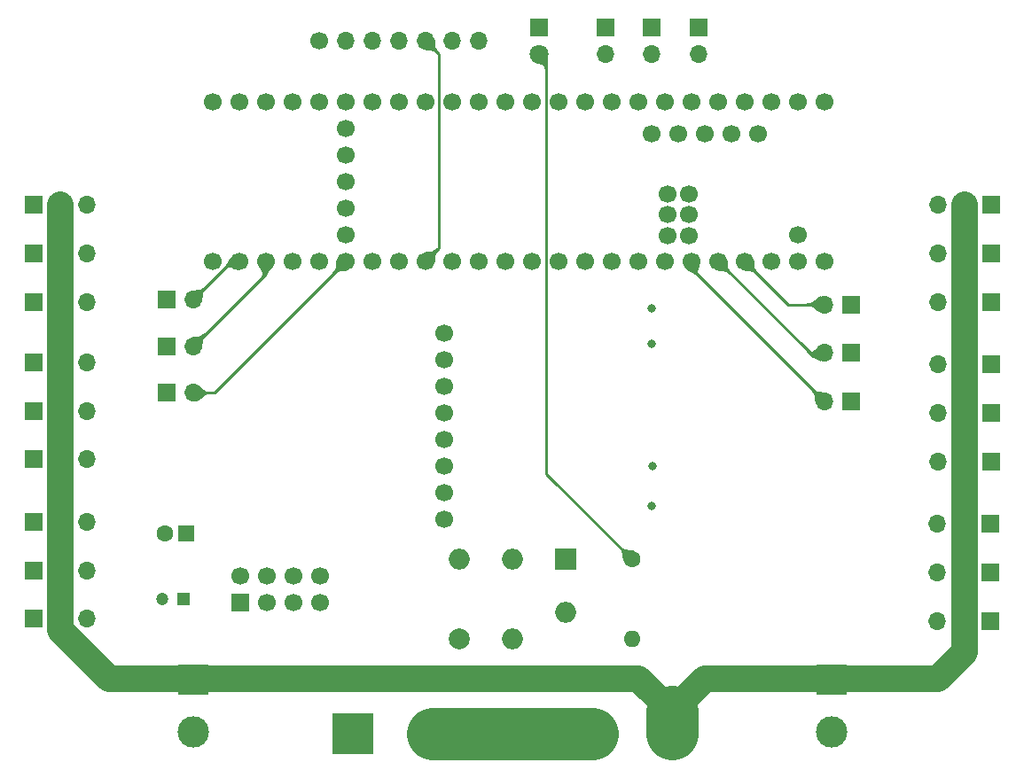
<source format=gbr>
%TF.GenerationSoftware,KiCad,Pcbnew,7.0.8*%
%TF.CreationDate,2025-03-22T19:36:18-04:00*%
%TF.ProjectId,Hexapod PCB KiCad Project,48657861-706f-4642-9050-4342204b6943,rev?*%
%TF.SameCoordinates,Original*%
%TF.FileFunction,Copper,L2,Inr*%
%TF.FilePolarity,Positive*%
%FSLAX46Y46*%
G04 Gerber Fmt 4.6, Leading zero omitted, Abs format (unit mm)*
G04 Created by KiCad (PCBNEW 7.0.8) date 2025-03-22 19:36:18*
%MOMM*%
%LPD*%
G01*
G04 APERTURE LIST*
%TA.AperFunction,ComponentPad*%
%ADD10O,1.600000X1.600000*%
%TD*%
%TA.AperFunction,ComponentPad*%
%ADD11C,1.600000*%
%TD*%
%TA.AperFunction,ComponentPad*%
%ADD12R,1.800000X1.800000*%
%TD*%
%TA.AperFunction,ComponentPad*%
%ADD13C,1.800000*%
%TD*%
%TA.AperFunction,ComponentPad*%
%ADD14R,1.700000X1.700000*%
%TD*%
%TA.AperFunction,ComponentPad*%
%ADD15O,1.700000X1.700000*%
%TD*%
%TA.AperFunction,ComponentPad*%
%ADD16C,1.700000*%
%TD*%
%TA.AperFunction,ComponentPad*%
%ADD17O,2.000000X2.000000*%
%TD*%
%TA.AperFunction,ComponentPad*%
%ADD18R,3.000000X3.000000*%
%TD*%
%TA.AperFunction,ComponentPad*%
%ADD19C,3.000000*%
%TD*%
%TA.AperFunction,ComponentPad*%
%ADD20R,4.000000X4.000000*%
%TD*%
%TA.AperFunction,ComponentPad*%
%ADD21C,4.000000*%
%TD*%
%TA.AperFunction,ComponentPad*%
%ADD22C,1.200000*%
%TD*%
%TA.AperFunction,ComponentPad*%
%ADD23R,1.200000X1.200000*%
%TD*%
%TA.AperFunction,ComponentPad*%
%ADD24R,1.600000X1.600000*%
%TD*%
%TA.AperFunction,ComponentPad*%
%ADD25C,2.000000*%
%TD*%
%TA.AperFunction,ComponentPad*%
%ADD26R,2.000000X2.000000*%
%TD*%
%TA.AperFunction,ViaPad*%
%ADD27C,0.800000*%
%TD*%
%TA.AperFunction,Conductor*%
%ADD28C,5.000000*%
%TD*%
%TA.AperFunction,Conductor*%
%ADD29C,0.250000*%
%TD*%
%TA.AperFunction,Conductor*%
%ADD30C,2.500000*%
%TD*%
%TA.AperFunction,Conductor*%
%ADD31C,2.000000*%
%TD*%
G04 APERTURE END LIST*
D10*
%TO.N,+3.3V*%
%TO.C,R3*%
X154940000Y-123190000D03*
D11*
%TO.N,Net-(D2-A)*%
X154940000Y-115570000D03*
%TD*%
D12*
%TO.N,GND*%
%TO.C,D2*%
X146050000Y-64770000D03*
D13*
%TO.N,Net-(D2-A)*%
X146050000Y-67310000D03*
%TD*%
D14*
%TO.N,GND*%
%TO.C,B2*%
X152400000Y-64770000D03*
D15*
X152400000Y-67310000D03*
%TD*%
D14*
%TO.N,Teensy VIN*%
%TO.C,B4*%
X161290000Y-64770000D03*
D15*
X161290000Y-67310000D03*
%TD*%
D16*
%TO.N,+3.3V*%
%TO.C,U4*%
X137034000Y-94007000D03*
%TO.N,GND*%
X137034000Y-96547000D03*
%TO.N,Gyro SCL*%
X137034000Y-99087000D03*
%TO.N,Gyro SDA*%
X137034000Y-101627000D03*
%TO.N,unconnected-(U4-XDA-Pad5)*%
X137034000Y-104167000D03*
%TO.N,unconnected-(U4-XCL-Pad6)*%
X137034000Y-106707000D03*
%TO.N,unconnected-(U4-ADO-Pad7)*%
X137034000Y-109247000D03*
%TO.N,unconnected-(U4-INT-Pad8)*%
X137034000Y-111787000D03*
%TD*%
D17*
%TO.N,Battery Voltage Divider*%
%TO.C,R2*%
X143510000Y-115570000D03*
%TO.N,GND*%
X143510000Y-123190000D03*
%TD*%
D18*
%TO.N,+BATT*%
%TO.C,C4*%
X113030000Y-127080000D03*
D19*
%TO.N,GND*%
X113030000Y-132080000D03*
%TD*%
D20*
%TO.N,GND*%
%TO.C,T1*%
X128270000Y-132212500D03*
D21*
%TO.N,Net-(T1-Pad2)*%
X135890000Y-132212500D03*
%TD*%
D16*
%TO.N,B1*%
%TO.C,B1*%
X125095000Y-66040000D03*
D15*
%TO.N,B2*%
X127635000Y-66040000D03*
%TO.N,B3*%
X130175000Y-66040000D03*
%TO.N,B4*%
X132715000Y-66040000D03*
%TO.N,B5*%
X135255000Y-66040000D03*
%TO.N,B6*%
X137795000Y-66040000D03*
%TO.N,B7*%
X140335000Y-66040000D03*
%TD*%
D21*
%TO.N,Net-(T1-Pad2)*%
%TO.C,T2*%
X151130000Y-132212500D03*
%TO.N,+BATT*%
X158750000Y-132212500D03*
%TD*%
D22*
%TO.N,GND*%
%TO.C,C2*%
X110097600Y-119380001D03*
D23*
%TO.N,+3.3V*%
X112097600Y-119380001D03*
%TD*%
D24*
%TO.N,+3.3V*%
%TO.C,C1*%
X112395000Y-113125000D03*
D11*
%TO.N,GND*%
X110395000Y-113125000D03*
%TD*%
D25*
%TO.N,+BATT*%
%TO.C,R1*%
X138430000Y-123190000D03*
D17*
%TO.N,Battery Voltage Divider*%
X138430000Y-115570000D03*
%TD*%
%TO.N,GND*%
%TO.C,D1*%
X148590000Y-120650000D03*
D26*
%TO.N,Battery Voltage Divider*%
X148590000Y-115570000D03*
%TD*%
D14*
%TO.N,+3.3V*%
%TO.C,B3*%
X156845000Y-64765000D03*
D15*
X156845000Y-67305000D03*
%TD*%
D19*
%TO.N,GND*%
%TO.C,C3*%
X173990000Y-132080000D03*
D18*
%TO.N,+BATT*%
X173990000Y-127080000D03*
%TD*%
D14*
%TO.N,GND*%
%TO.C,U3*%
X117565000Y-119680000D03*
D16*
%TO.N,+3.3V*%
X117565000Y-117140000D03*
%TO.N,CE*%
X120105000Y-119680000D03*
%TO.N,CSN*%
X120105000Y-117140000D03*
%TO.N,SCK*%
X122645000Y-119680000D03*
%TO.N,MOSI*%
X122645000Y-117140000D03*
%TO.N,MISO*%
X125185000Y-119680000D03*
%TO.N,unconnected-(U3-IRQ-Pad8)*%
X125185000Y-117140000D03*
%TD*%
%TO.N,unconnected-(U1-PadVUSB)*%
%TO.C,U1*%
X170815000Y-84580000D03*
%TO.N,Teensy VIN*%
X173355000Y-87120000D03*
%TO.N,unconnected-(U1-PadVBAT)*%
X127635000Y-74420000D03*
%TO.N,Net-(U1-USB_GND-PadUSB_GND1)*%
X156845000Y-74930000D03*
X159385000Y-74930000D03*
%TO.N,unconnected-(U1-PadT-)*%
X160385000Y-80670000D03*
%TO.N,unconnected-(U1-PadT+)*%
X158385000Y-80670000D03*
%TO.N,unconnected-(U1-PadR-)*%
X158385000Y-84670000D03*
%TO.N,unconnected-(U1-PadR+)*%
X160385000Y-84670000D03*
%TO.N,unconnected-(U1-PadPROGRAM)*%
X127635000Y-82040000D03*
%TO.N,unconnected-(U1-PadON{slash}OFF)*%
X127635000Y-84580000D03*
%TO.N,unconnected-(U1-PadLED)*%
X160385000Y-82670000D03*
%TO.N,GND*%
X158385000Y-82670000D03*
X127635000Y-79500000D03*
X170815000Y-87120000D03*
X137795000Y-87120000D03*
X173355000Y-71880000D03*
%TO.N,unconnected-(U1-PadD-)*%
X164465000Y-74930000D03*
%TO.N,unconnected-(U1-PadD+)*%
X161925000Y-74930000D03*
%TO.N,B5*%
X135255000Y-87120000D03*
%TO.N,B4*%
X132715000Y-87120000D03*
%TO.N,B3*%
X130175000Y-87120000D03*
%TO.N,FS3*%
X127635000Y-87120000D03*
%TO.N,Leg5 Tibia*%
X125095000Y-87120000D03*
%TO.N,Leg4 Coxa*%
X122555000Y-87120000D03*
%TO.N,FS2*%
X120015000Y-87120000D03*
%TO.N,FS1*%
X117475000Y-87120000D03*
%TO.N,Leg4 Femur*%
X114935000Y-87120000D03*
%TO.N,unconnected-(U1-OUT1B-Pad32)*%
X114935000Y-71880000D03*
%TO.N,B1*%
X117475000Y-71880000D03*
%TO.N,B2*%
X120015000Y-71880000D03*
%TO.N,Leg6 Tibia*%
X122555000Y-71880000D03*
%TO.N,Leg5 Coxa*%
X125095000Y-71880000D03*
%TO.N,CSN*%
X127635000Y-71880000D03*
%TO.N,CE*%
X130175000Y-71880000D03*
%TO.N,Leg5 Femur*%
X132715000Y-71880000D03*
%TO.N,Leg4 Tibia*%
X135255000Y-71880000D03*
%TO.N,FS4*%
X165735000Y-87120000D03*
%TO.N,FS5*%
X163195000Y-87120000D03*
%TO.N,FS6*%
X160655000Y-87120000D03*
%TO.N,B7*%
X158115000Y-87120000D03*
%TO.N,Gyro SCL*%
X155575000Y-87120000D03*
%TO.N,Gyro SDA*%
X153035000Y-87120000D03*
%TO.N,B6*%
X150495000Y-87120000D03*
%TO.N,Battery Voltage Divider*%
X147955000Y-87120000D03*
%TO.N,Leg6 Coxa*%
X145415000Y-87120000D03*
%TO.N,Leg6 Femur*%
X142875000Y-87120000D03*
%TO.N,SCK*%
X140335000Y-87120000D03*
%TO.N,MISO*%
X140335000Y-71880000D03*
%TO.N,MOSI*%
X142875000Y-71880000D03*
%TO.N,Leg1 Coxa*%
X145415000Y-71880000D03*
%TO.N,Leg1 Femur*%
X147955000Y-71880000D03*
%TO.N,Leg1 Tibia*%
X150495000Y-71880000D03*
%TO.N,Leg2 Coxa*%
X153035000Y-71880000D03*
%TO.N,Leg2 Femur*%
X155575000Y-71880000D03*
%TO.N,+5V*%
X167005000Y-74930000D03*
%TO.N,Leg2 Tibia*%
X158115000Y-71880000D03*
%TO.N,Leg3 Coxa*%
X160655000Y-71880000D03*
%TO.N,+3.3V*%
X127635000Y-76960000D03*
X168275000Y-87120000D03*
X137795000Y-71880000D03*
%TO.N,Leg3 Femur*%
X163195000Y-71880000D03*
%TO.N,Leg3 Tibia*%
X165735000Y-71880000D03*
%TO.N,unconnected-(U1-TX1-Pad1)*%
X168275000Y-71880000D03*
%TO.N,unconnected-(U1-RX1-Pad0)*%
X170815000Y-71880000D03*
%TD*%
D14*
%TO.N,GND*%
%TO.C,Cox2*%
X97790000Y-96745001D03*
D15*
%TO.N,+BATT*%
X100330000Y-96745001D03*
%TO.N,Leg5 Coxa*%
X102870000Y-96745001D03*
%TD*%
D14*
%TO.N,GND*%
%TO.C,Cox6*%
X189214980Y-121490001D03*
D15*
%TO.N,+BATT*%
X186674980Y-121490001D03*
%TO.N,Leg1 Coxa*%
X184134980Y-121490001D03*
%TD*%
D14*
%TO.N,GND*%
%TO.C,Tib2*%
X97790000Y-106045001D03*
D15*
%TO.N,+BATT*%
X100330000Y-106045001D03*
%TO.N,Leg5 Tibia*%
X102870000Y-106045001D03*
%TD*%
D14*
%TO.N,GND*%
%TO.C,FS4*%
X175900000Y-91235000D03*
D15*
%TO.N,FS4*%
X173360000Y-91235000D03*
%TD*%
D14*
%TO.N,GND*%
%TO.C,Cox5*%
X189230001Y-106250000D03*
D15*
%TO.N,+BATT*%
X186690001Y-106250000D03*
%TO.N,Leg2 Coxa*%
X184150001Y-106250000D03*
%TD*%
D14*
%TO.N,GND*%
%TO.C,Tib1*%
X97790001Y-91010000D03*
D15*
%TO.N,+BATT*%
X100330001Y-91010000D03*
%TO.N,Leg6 Tibia*%
X102870001Y-91010000D03*
%TD*%
D14*
%TO.N,GND*%
%TO.C,Fem4*%
X189230000Y-86360000D03*
D15*
%TO.N,+BATT*%
X186690000Y-86360000D03*
%TO.N,Leg3 Femur*%
X184150000Y-86360000D03*
%TD*%
D14*
%TO.N,GND*%
%TO.C,Fem3*%
X97789999Y-116635000D03*
D15*
%TO.N,+BATT*%
X100329999Y-116635000D03*
%TO.N,Leg4 Femur*%
X102869999Y-116635000D03*
%TD*%
D14*
%TO.N,GND*%
%TO.C,Tib6*%
X189214997Y-112189999D03*
D15*
%TO.N,+BATT*%
X186674997Y-112189999D03*
%TO.N,Leg1 Tibia*%
X184134997Y-112189999D03*
%TD*%
D14*
%TO.N,GND*%
%TO.C,Fem5*%
X189230000Y-101600000D03*
D15*
%TO.N,+BATT*%
X186690000Y-101600000D03*
%TO.N,Leg2 Femur*%
X184150000Y-101600000D03*
%TD*%
D14*
%TO.N,GND*%
%TO.C,Cox1*%
X97790001Y-81710000D03*
D15*
%TO.N,+BATT*%
X100330001Y-81710000D03*
%TO.N,Leg6 Coxa*%
X102870001Y-81710000D03*
%TD*%
D14*
%TO.N,GND*%
%TO.C,FS2*%
X110495000Y-95250000D03*
D15*
%TO.N,FS2*%
X113035000Y-95250000D03*
%TD*%
D14*
%TO.N,GND*%
%TO.C,FS5*%
X175900001Y-95885000D03*
D15*
%TO.N,FS5*%
X173360001Y-95885000D03*
%TD*%
D14*
%TO.N,GND*%
%TO.C,Cox4*%
X189229992Y-91010010D03*
D15*
%TO.N,+BATT*%
X186689992Y-91010010D03*
%TO.N,Leg3 Coxa*%
X184149992Y-91010010D03*
%TD*%
D14*
%TO.N,GND*%
%TO.C,Fem2*%
X97790001Y-101395000D03*
D15*
%TO.N,+BATT*%
X100330001Y-101395000D03*
%TO.N,Leg5 Femur*%
X102870001Y-101395000D03*
%TD*%
D14*
%TO.N,GND*%
%TO.C,Tib5*%
X189230001Y-96950000D03*
D15*
%TO.N,+BATT*%
X186690001Y-96950000D03*
%TO.N,Leg2 Tibia*%
X184150001Y-96950000D03*
%TD*%
D14*
%TO.N,GND*%
%TO.C,Fem1*%
X97790000Y-86360000D03*
D15*
%TO.N,+BATT*%
X100330000Y-86360000D03*
%TO.N,Leg6 Femur*%
X102870000Y-86360000D03*
%TD*%
D14*
%TO.N,GND*%
%TO.C,Cox3*%
X97790000Y-111985000D03*
D15*
%TO.N,+BATT*%
X100330000Y-111985000D03*
%TO.N,Leg4 Coxa*%
X102870000Y-111985000D03*
%TD*%
D14*
%TO.N,GND*%
%TO.C,FS1*%
X110490000Y-90805000D03*
D15*
%TO.N,FS1*%
X113030000Y-90805000D03*
%TD*%
D14*
%TO.N,GND*%
%TO.C,Tib3*%
X97790000Y-121285000D03*
D15*
%TO.N,+BATT*%
X100330000Y-121285000D03*
%TO.N,Leg4 Tibia*%
X102870000Y-121285000D03*
%TD*%
D14*
%TO.N,GND*%
%TO.C,FS3*%
X110490000Y-99695000D03*
D15*
%TO.N,FS3*%
X113030000Y-99695000D03*
%TD*%
%TO.N,FS6*%
%TO.C,FS6*%
X173360000Y-100535000D03*
D14*
%TO.N,GND*%
X175900000Y-100535000D03*
%TD*%
%TO.N,GND*%
%TO.C,Fem6*%
X189215000Y-116840000D03*
D15*
%TO.N,+BATT*%
X186675000Y-116840000D03*
%TO.N,Leg1 Femur*%
X184135000Y-116840000D03*
%TD*%
D14*
%TO.N,GND*%
%TO.C,Tib4*%
X189230008Y-81710011D03*
D15*
%TO.N,+BATT*%
X186690008Y-81710011D03*
%TO.N,Leg3 Tibia*%
X184150008Y-81710011D03*
%TD*%
D27*
%TO.N,GND*%
X156856159Y-94964401D03*
X156926000Y-106680000D03*
X156881354Y-91613488D03*
X156845000Y-110490000D03*
%TD*%
D28*
%TO.N,+BATT*%
X158750000Y-132212500D02*
X158750000Y-130175000D01*
D29*
%TO.N,Net-(D2-A)*%
X146780000Y-107410000D02*
X146780000Y-68040000D01*
X146780000Y-68040000D02*
X146050000Y-67310000D01*
X154940000Y-115570000D02*
X146780000Y-107410000D01*
D30*
%TO.N,+BATT*%
X158750000Y-130175000D02*
X161925000Y-127000000D01*
X104982943Y-127000000D02*
X100329998Y-122347056D01*
X158750000Y-130175000D02*
X155575000Y-127000000D01*
X155575000Y-127000000D02*
X104982943Y-127000000D01*
D29*
X186705020Y-121919971D02*
X186704991Y-121920000D01*
D30*
X186705020Y-124444980D02*
X186705020Y-81740023D01*
D31*
X100329999Y-81724998D02*
X100315000Y-81709999D01*
D30*
X184150000Y-127000000D02*
X186705020Y-124444980D01*
X161925000Y-127000000D02*
X184150000Y-127000000D01*
D31*
X186705020Y-81740023D02*
X186674996Y-81709999D01*
D30*
X100329998Y-122347056D02*
X100329999Y-81724998D01*
D28*
%TO.N,Net-(T1-Pad2)*%
X151130000Y-132212500D02*
X135890000Y-132212500D01*
D29*
%TO.N,FS1*%
X113030000Y-90805000D02*
X116715000Y-87120000D01*
X116715000Y-87120000D02*
X117475000Y-87120000D01*
%TO.N,FS2*%
X113035000Y-95250000D02*
X120015000Y-88270000D01*
X120015000Y-88270000D02*
X120015000Y-87120000D01*
%TO.N,FS3*%
X115060000Y-99695000D02*
X127635000Y-87120000D01*
X113030000Y-99695000D02*
X115060000Y-99695000D01*
%TO.N,FS4*%
X173360000Y-91235000D02*
X169850000Y-91235000D01*
X169850000Y-91235000D02*
X165735000Y-87120000D01*
%TO.N,FS5*%
X171960000Y-95885000D02*
X173360001Y-95885000D01*
X163195000Y-87120000D02*
X171960000Y-95885000D01*
%TO.N,FS6*%
X173360000Y-100535000D02*
X160655000Y-87830000D01*
X160655000Y-87830000D02*
X160655000Y-87120000D01*
%TO.N,B5*%
X136525000Y-85850000D02*
X136525000Y-67310000D01*
X136525000Y-67310000D02*
X135255000Y-66040000D01*
X135255000Y-87120000D02*
X136525000Y-85850000D01*
%TD*%
%TA.AperFunction,Conductor*%
%TO.N,Net-(D2-A)*%
G36*
X146938242Y-67309986D02*
G01*
X146946509Y-67313422D01*
X146949927Y-67321699D01*
X146949927Y-67321758D01*
X146948740Y-67513749D01*
X146945320Y-67681507D01*
X146940280Y-67822272D01*
X146934159Y-67945040D01*
X146927500Y-68058811D01*
X146920840Y-68172582D01*
X146914720Y-68295351D01*
X146909680Y-68436115D01*
X146906260Y-68603874D01*
X146905072Y-68795996D01*
X146901594Y-68804248D01*
X146893372Y-68807624D01*
X146665534Y-68807624D01*
X146657261Y-68804197D01*
X146653898Y-68797148D01*
X146634663Y-68614360D01*
X146630201Y-68603874D01*
X146577175Y-68479247D01*
X146487818Y-68389408D01*
X146487816Y-68389406D01*
X146371872Y-68331963D01*
X146371861Y-68331959D01*
X146234619Y-68294035D01*
X146234620Y-68294035D01*
X146081340Y-68262745D01*
X145917602Y-68225280D01*
X145917052Y-68225125D01*
X145748714Y-68168859D01*
X145747005Y-68168132D01*
X145579211Y-68080463D01*
X145577257Y-68079179D01*
X145423677Y-67954569D01*
X145419412Y-67946695D01*
X145421963Y-67938111D01*
X145422763Y-67937222D01*
X146046568Y-67312437D01*
X146054836Y-67309005D01*
X146938242Y-67309986D01*
G37*
%TD.AperFunction*%
%TD*%
%TA.AperFunction,Conductor*%
%TO.N,Net-(D2-A)*%
G36*
X153905270Y-114357694D02*
G01*
X154039974Y-114479344D01*
X154039983Y-114479351D01*
X154168251Y-114568360D01*
X154168252Y-114568361D01*
X154286689Y-114625571D01*
X154286691Y-114625571D01*
X154286692Y-114625572D01*
X154400119Y-114659254D01*
X154509442Y-114677047D01*
X154513376Y-114677688D01*
X154631278Y-114689151D01*
X154758516Y-114701908D01*
X154758826Y-114701947D01*
X154900153Y-114724248D01*
X154900644Y-114724349D01*
X155060993Y-114764446D01*
X155061551Y-114764616D01*
X155234606Y-114826752D01*
X155241234Y-114832773D01*
X155241664Y-114841718D01*
X155241467Y-114842229D01*
X154942562Y-115566212D01*
X154936237Y-115572551D01*
X154936212Y-115572562D01*
X154212229Y-115871467D01*
X154203274Y-115871456D01*
X154196949Y-115865117D01*
X154196752Y-115864606D01*
X154134616Y-115691551D01*
X154134446Y-115690993D01*
X154094349Y-115530644D01*
X154094248Y-115530153D01*
X154071947Y-115388826D01*
X154071908Y-115388516D01*
X154059151Y-115261278D01*
X154047688Y-115143376D01*
X154047047Y-115139442D01*
X154029254Y-115030119D01*
X153995572Y-114916692D01*
X153959604Y-114842229D01*
X153938361Y-114798252D01*
X153938360Y-114798251D01*
X153849351Y-114669983D01*
X153849344Y-114669974D01*
X153757578Y-114568361D01*
X153727693Y-114535269D01*
X153724692Y-114526833D01*
X153728103Y-114519156D01*
X153889156Y-114358103D01*
X153897428Y-114354677D01*
X153905270Y-114357694D01*
G37*
%TD.AperFunction*%
%TD*%
%TA.AperFunction,Conductor*%
%TO.N,FS1*%
G36*
X116882242Y-86527227D02*
G01*
X116882444Y-86527424D01*
X116915836Y-86560737D01*
X117472265Y-87115860D01*
X117475702Y-87124129D01*
X117475702Y-87124153D01*
X117475010Y-87957325D01*
X117471576Y-87965595D01*
X117463300Y-87969015D01*
X117462366Y-87968977D01*
X117286975Y-87954786D01*
X117285194Y-87954502D01*
X117155063Y-87923336D01*
X117121732Y-87915354D01*
X117121056Y-87915148D01*
X116976558Y-87861366D01*
X116976184Y-87861212D01*
X116846414Y-87802397D01*
X116726977Y-87748205D01*
X116613473Y-87708336D01*
X116613472Y-87708335D01*
X116501326Y-87692410D01*
X116385963Y-87710047D01*
X116385958Y-87710049D01*
X116262807Y-87770867D01*
X116135491Y-87877611D01*
X116126950Y-87880300D01*
X116119701Y-87876918D01*
X115958566Y-87715783D01*
X115955139Y-87707510D01*
X115958355Y-87699453D01*
X116091315Y-87559478D01*
X116091323Y-87559469D01*
X116199814Y-87430817D01*
X116284086Y-87316829D01*
X116284086Y-87316828D01*
X116352196Y-87212638D01*
X116412230Y-87113339D01*
X116472264Y-87014039D01*
X116540308Y-86909949D01*
X116540453Y-86909741D01*
X116624550Y-86795990D01*
X116624742Y-86795747D01*
X116733061Y-86667299D01*
X116733236Y-86667104D01*
X116865702Y-86527651D01*
X116873883Y-86524014D01*
X116882242Y-86527227D01*
G37*
%TD.AperFunction*%
%TD*%
%TA.AperFunction,Conductor*%
%TO.N,FS1*%
G36*
X114151548Y-89522385D02*
G01*
X114312614Y-89683451D01*
X114316041Y-89691724D01*
X114313031Y-89699558D01*
X114183176Y-89843603D01*
X114088897Y-89980374D01*
X114088894Y-89980379D01*
X114028719Y-90106760D01*
X114028719Y-90106761D01*
X113993758Y-90227859D01*
X113993757Y-90227866D01*
X113975114Y-90348804D01*
X113963891Y-90474709D01*
X113951211Y-90610515D01*
X113951170Y-90610854D01*
X113928167Y-90761602D01*
X113928065Y-90762112D01*
X113916847Y-90807562D01*
X113885864Y-90933071D01*
X113885692Y-90933641D01*
X113819434Y-91118725D01*
X113813420Y-91125359D01*
X113804476Y-91125797D01*
X113803953Y-91125596D01*
X113033785Y-90807562D01*
X113027447Y-90801238D01*
X112709403Y-90031045D01*
X112709412Y-90022091D01*
X112715751Y-90015766D01*
X112716258Y-90015571D01*
X112901381Y-89949298D01*
X112901910Y-89949138D01*
X113072910Y-89906926D01*
X113073373Y-89906834D01*
X113224186Y-89883822D01*
X113224452Y-89883790D01*
X113360289Y-89871107D01*
X113486195Y-89859885D01*
X113538024Y-89851894D01*
X113607135Y-89841241D01*
X113728238Y-89806279D01*
X113854619Y-89746104D01*
X113991398Y-89651820D01*
X114135442Y-89521967D01*
X114143880Y-89518974D01*
X114151548Y-89522385D01*
G37*
%TD.AperFunction*%
%TD*%
%TA.AperFunction,Conductor*%
%TO.N,FS2*%
G36*
X114156548Y-93967385D02*
G01*
X114317614Y-94128451D01*
X114321041Y-94136724D01*
X114318031Y-94144558D01*
X114188176Y-94288603D01*
X114093897Y-94425374D01*
X114093894Y-94425379D01*
X114033719Y-94551760D01*
X114033719Y-94551761D01*
X113998758Y-94672859D01*
X113998757Y-94672866D01*
X113980114Y-94793804D01*
X113968891Y-94919709D01*
X113956211Y-95055515D01*
X113956170Y-95055854D01*
X113933167Y-95206602D01*
X113933065Y-95207112D01*
X113921847Y-95252562D01*
X113890864Y-95378071D01*
X113890692Y-95378641D01*
X113824434Y-95563725D01*
X113818420Y-95570359D01*
X113809476Y-95570797D01*
X113808953Y-95570596D01*
X113038785Y-95252562D01*
X113032447Y-95246238D01*
X112714403Y-94476045D01*
X112714412Y-94467091D01*
X112720751Y-94460766D01*
X112721258Y-94460571D01*
X112906381Y-94394298D01*
X112906910Y-94394138D01*
X113077910Y-94351926D01*
X113078373Y-94351834D01*
X113229186Y-94328822D01*
X113229452Y-94328790D01*
X113365289Y-94316107D01*
X113491195Y-94304885D01*
X113543024Y-94296894D01*
X113612135Y-94286241D01*
X113733238Y-94251279D01*
X113859619Y-94191104D01*
X113996398Y-94096820D01*
X114140442Y-93966967D01*
X114148880Y-93963974D01*
X114156548Y-93967385D01*
G37*
%TD.AperFunction*%
%TD*%
%TA.AperFunction,Conductor*%
%TO.N,FS2*%
G36*
X120021238Y-87124837D02*
G01*
X120607896Y-87712877D01*
X120611313Y-87721154D01*
X120607995Y-87729302D01*
X120486477Y-87854095D01*
X120383185Y-87966864D01*
X120299597Y-88064418D01*
X120229144Y-88151829D01*
X120165260Y-88234168D01*
X120101375Y-88316508D01*
X120030923Y-88403919D01*
X119947335Y-88501473D01*
X119844043Y-88614242D01*
X119722751Y-88738802D01*
X119714525Y-88742339D01*
X119706207Y-88739022D01*
X119706096Y-88738913D01*
X119545257Y-88578074D01*
X119541830Y-88569801D01*
X119544541Y-88562312D01*
X119635335Y-88453334D01*
X119685487Y-88346843D01*
X119695261Y-88247425D01*
X119671760Y-88151457D01*
X119671759Y-88151455D01*
X119671758Y-88151452D01*
X119622091Y-88055326D01*
X119622079Y-88055308D01*
X119553341Y-87955385D01*
X119472628Y-87848037D01*
X119387150Y-87729791D01*
X119386954Y-87729499D01*
X119303862Y-87596855D01*
X119303577Y-87596343D01*
X119235169Y-87456460D01*
X119234612Y-87447522D01*
X119240539Y-87440810D01*
X119241181Y-87440519D01*
X120008473Y-87122292D01*
X120017428Y-87122289D01*
X120021238Y-87124837D01*
G37*
%TD.AperFunction*%
%TD*%
%TA.AperFunction,Conductor*%
%TO.N,FS3*%
G36*
X126861031Y-86799397D02*
G01*
X127631215Y-87117438D01*
X127637552Y-87123761D01*
X127637562Y-87123785D01*
X127955596Y-87893953D01*
X127955587Y-87902908D01*
X127949248Y-87909233D01*
X127948725Y-87909434D01*
X127763641Y-87975692D01*
X127763071Y-87975864D01*
X127687082Y-87994622D01*
X127592112Y-88018065D01*
X127591602Y-88018167D01*
X127527495Y-88027949D01*
X127440848Y-88041170D01*
X127440515Y-88041211D01*
X127304709Y-88053891D01*
X127178804Y-88065114D01*
X127057866Y-88083757D01*
X127057859Y-88083758D01*
X126960980Y-88111726D01*
X126936760Y-88118719D01*
X126810379Y-88178894D01*
X126810376Y-88178896D01*
X126810374Y-88178897D01*
X126673603Y-88273176D01*
X126529558Y-88403031D01*
X126521119Y-88406025D01*
X126513451Y-88402614D01*
X126352385Y-88241548D01*
X126348958Y-88233275D01*
X126351967Y-88225442D01*
X126481820Y-88081398D01*
X126576104Y-87944619D01*
X126636279Y-87818238D01*
X126671241Y-87697135D01*
X126689885Y-87576192D01*
X126701107Y-87450289D01*
X126713790Y-87314452D01*
X126713822Y-87314186D01*
X126736834Y-87163373D01*
X126736926Y-87162910D01*
X126779138Y-86991910D01*
X126779298Y-86991381D01*
X126845565Y-86806273D01*
X126851579Y-86799639D01*
X126860523Y-86799202D01*
X126861031Y-86799397D01*
G37*
%TD.AperFunction*%
%TD*%
%TA.AperFunction,Conductor*%
%TO.N,FS3*%
G36*
X113365865Y-98914720D02*
G01*
X113366377Y-98914948D01*
X113544102Y-98998970D01*
X113544626Y-98999251D01*
X113695345Y-99090290D01*
X113695786Y-99090585D01*
X113818648Y-99180917D01*
X113818917Y-99181127D01*
X113923911Y-99268188D01*
X114020873Y-99349279D01*
X114073849Y-99388104D01*
X114119568Y-99421611D01*
X114119576Y-99421616D01*
X114229931Y-99482527D01*
X114361846Y-99529342D01*
X114525232Y-99559390D01*
X114525237Y-99559390D01*
X114525242Y-99559391D01*
X114681460Y-99567484D01*
X114718905Y-99569425D01*
X114726990Y-99573275D01*
X114730000Y-99581109D01*
X114730000Y-99808890D01*
X114726573Y-99817163D01*
X114718905Y-99820574D01*
X114525242Y-99830607D01*
X114525229Y-99830609D01*
X114361849Y-99860656D01*
X114361843Y-99860657D01*
X114229932Y-99907471D01*
X114119576Y-99968382D01*
X114119568Y-99968387D01*
X114055345Y-100015455D01*
X114020873Y-100040720D01*
X113923911Y-100121811D01*
X113818917Y-100208871D01*
X113818648Y-100209081D01*
X113695786Y-100299412D01*
X113695345Y-100299707D01*
X113544626Y-100390746D01*
X113544102Y-100391027D01*
X113366377Y-100475051D01*
X113357433Y-100475489D01*
X113350799Y-100469475D01*
X113350571Y-100468963D01*
X113318136Y-100390899D01*
X113030864Y-99699488D01*
X113030856Y-99690534D01*
X113030865Y-99690511D01*
X113085344Y-99559390D01*
X113350572Y-98921034D01*
X113356910Y-98914711D01*
X113365865Y-98914720D01*
G37*
%TD.AperFunction*%
%TD*%
%TA.AperFunction,Conductor*%
%TO.N,FS4*%
G36*
X173039201Y-90460524D02*
G01*
X173039428Y-90461036D01*
X173359134Y-91230511D01*
X173359143Y-91239466D01*
X173359134Y-91239489D01*
X173039428Y-92008963D01*
X173033089Y-92015288D01*
X173024134Y-92015279D01*
X173023622Y-92015051D01*
X172845895Y-91931027D01*
X172845371Y-91930746D01*
X172694652Y-91839707D01*
X172694211Y-91839412D01*
X172571350Y-91749081D01*
X172571081Y-91748871D01*
X172466087Y-91661811D01*
X172369126Y-91580720D01*
X172322791Y-91546762D01*
X172270429Y-91508387D01*
X172270421Y-91508382D01*
X172160066Y-91447471D01*
X172028155Y-91400657D01*
X172028149Y-91400656D01*
X171864769Y-91370609D01*
X171864756Y-91370607D01*
X171671095Y-91360574D01*
X171663010Y-91356724D01*
X171660000Y-91348890D01*
X171660000Y-91121109D01*
X171663427Y-91112836D01*
X171671094Y-91109425D01*
X171711305Y-91107341D01*
X171864756Y-91099391D01*
X171864760Y-91099390D01*
X171864767Y-91099390D01*
X172028153Y-91069342D01*
X172160068Y-91022527D01*
X172270422Y-90961616D01*
X172369126Y-90889279D01*
X172466087Y-90808188D01*
X172571093Y-90721117D01*
X172571350Y-90720917D01*
X172694211Y-90630585D01*
X172694644Y-90630295D01*
X172845378Y-90539246D01*
X172845887Y-90538974D01*
X173023624Y-90454946D01*
X173032566Y-90454510D01*
X173039201Y-90460524D01*
G37*
%TD.AperFunction*%
%TD*%
%TA.AperFunction,Conductor*%
%TO.N,FS4*%
G36*
X166517908Y-86799412D02*
G01*
X166524233Y-86805751D01*
X166524434Y-86806274D01*
X166590692Y-86991357D01*
X166590864Y-86991927D01*
X166633066Y-87162890D01*
X166633167Y-87163396D01*
X166656170Y-87314144D01*
X166656211Y-87314483D01*
X166668891Y-87450289D01*
X166680114Y-87576195D01*
X166698757Y-87697131D01*
X166698758Y-87697138D01*
X166719734Y-87769796D01*
X166733719Y-87818238D01*
X166793894Y-87944619D01*
X166793897Y-87944623D01*
X166888176Y-88081395D01*
X167018031Y-88225441D01*
X167021025Y-88233880D01*
X167017614Y-88241548D01*
X166856548Y-88402614D01*
X166848275Y-88406041D01*
X166840441Y-88403031D01*
X166696395Y-88273176D01*
X166559623Y-88178897D01*
X166559624Y-88178897D01*
X166559619Y-88178894D01*
X166433238Y-88118719D01*
X166384796Y-88104734D01*
X166312138Y-88083758D01*
X166312131Y-88083757D01*
X166191195Y-88065114D01*
X166065289Y-88053891D01*
X165929483Y-88041211D01*
X165929154Y-88041171D01*
X165778395Y-88018166D01*
X165777890Y-88018066D01*
X165606927Y-87975864D01*
X165606363Y-87975694D01*
X165519559Y-87944619D01*
X165421274Y-87909434D01*
X165414640Y-87903420D01*
X165414202Y-87894476D01*
X165414391Y-87893981D01*
X165732438Y-87123783D01*
X165738759Y-87117448D01*
X166508954Y-86799403D01*
X166517908Y-86799412D01*
G37*
%TD.AperFunction*%
%TD*%
%TA.AperFunction,Conductor*%
%TO.N,FS5*%
G36*
X173039181Y-95110566D02*
G01*
X173039596Y-95111459D01*
X173305662Y-95752984D01*
X173358847Y-95881219D01*
X173358851Y-95890174D01*
X173358845Y-95890190D01*
X173039209Y-96659492D01*
X173032870Y-96665817D01*
X173023915Y-96665808D01*
X173008718Y-96659492D01*
X172826900Y-96583931D01*
X172655224Y-96510584D01*
X172512114Y-96445049D01*
X172511871Y-96444931D01*
X172418109Y-96396635D01*
X172389685Y-96381993D01*
X172389356Y-96381809D01*
X172280279Y-96316166D01*
X172279909Y-96315923D01*
X172176200Y-96242300D01*
X172175879Y-96242055D01*
X172069754Y-96155121D01*
X172069529Y-96154927D01*
X171953210Y-96049327D01*
X171819057Y-95919824D01*
X171667806Y-95769530D01*
X171664353Y-95761268D01*
X171667753Y-95752985D01*
X171828805Y-95591933D01*
X171837077Y-95588507D01*
X171844444Y-95591117D01*
X171964759Y-95688654D01*
X172079082Y-95733326D01*
X172183824Y-95728089D01*
X172283579Y-95682535D01*
X172382942Y-95606255D01*
X172486509Y-95508842D01*
X172598784Y-95399975D01*
X172598964Y-95399809D01*
X172724433Y-95289163D01*
X172724854Y-95288828D01*
X172867695Y-95186220D01*
X172869136Y-95185337D01*
X173023414Y-95105548D01*
X173032337Y-95104792D01*
X173039181Y-95110566D01*
G37*
%TD.AperFunction*%
%TD*%
%TA.AperFunction,Conductor*%
%TO.N,FS5*%
G36*
X163977908Y-86799412D02*
G01*
X163984233Y-86805751D01*
X163984434Y-86806274D01*
X164050692Y-86991357D01*
X164050864Y-86991927D01*
X164093066Y-87162890D01*
X164093167Y-87163396D01*
X164116170Y-87314144D01*
X164116211Y-87314483D01*
X164128891Y-87450289D01*
X164140114Y-87576195D01*
X164158757Y-87697131D01*
X164158758Y-87697138D01*
X164179734Y-87769796D01*
X164193719Y-87818238D01*
X164253894Y-87944619D01*
X164253897Y-87944623D01*
X164348176Y-88081395D01*
X164478031Y-88225441D01*
X164481025Y-88233880D01*
X164477614Y-88241548D01*
X164316548Y-88402614D01*
X164308275Y-88406041D01*
X164300441Y-88403031D01*
X164156395Y-88273176D01*
X164019623Y-88178897D01*
X164019624Y-88178897D01*
X164019619Y-88178894D01*
X163893238Y-88118719D01*
X163844796Y-88104734D01*
X163772138Y-88083758D01*
X163772131Y-88083757D01*
X163651195Y-88065114D01*
X163525289Y-88053891D01*
X163389483Y-88041211D01*
X163389154Y-88041171D01*
X163238395Y-88018166D01*
X163237890Y-88018066D01*
X163066927Y-87975864D01*
X163066363Y-87975694D01*
X162979559Y-87944619D01*
X162881274Y-87909434D01*
X162874640Y-87903420D01*
X162874202Y-87894476D01*
X162874391Y-87893981D01*
X163192438Y-87123783D01*
X163198759Y-87117448D01*
X163968954Y-86799403D01*
X163977908Y-86799412D01*
G37*
%TD.AperFunction*%
%TD*%
%TA.AperFunction,Conductor*%
%TO.N,FS6*%
G36*
X161492404Y-87119989D02*
G01*
X161500673Y-87123423D01*
X161504093Y-87131699D01*
X161504060Y-87132561D01*
X161491042Y-87306704D01*
X161490801Y-87308348D01*
X161455029Y-87470802D01*
X161454854Y-87471426D01*
X161406046Y-87615095D01*
X161405921Y-87615428D01*
X161353125Y-87744489D01*
X161305423Y-87863302D01*
X161305419Y-87863315D01*
X161271932Y-87976237D01*
X161271930Y-87976246D01*
X161261710Y-88087794D01*
X161261711Y-88087800D01*
X161261711Y-88087801D01*
X161283813Y-88202507D01*
X161347292Y-88324876D01*
X161454244Y-88451206D01*
X161456974Y-88459735D01*
X161453587Y-88467039D01*
X161292453Y-88628173D01*
X161284180Y-88631600D01*
X161276159Y-88628418D01*
X161132863Y-88493469D01*
X161132857Y-88493463D01*
X161000313Y-88384880D01*
X161000312Y-88384880D01*
X160882017Y-88301900D01*
X160773228Y-88235992D01*
X160669191Y-88178621D01*
X160565154Y-88121249D01*
X160456530Y-88055440D01*
X160456202Y-88055226D01*
X160400396Y-88016080D01*
X160338238Y-87972478D01*
X160337913Y-87972231D01*
X160205668Y-87863894D01*
X160205375Y-87863636D01*
X160078857Y-87744489D01*
X160062724Y-87729295D01*
X160059051Y-87721130D01*
X160062228Y-87712758D01*
X160062427Y-87712552D01*
X160650860Y-87122733D01*
X160659128Y-87119297D01*
X161492404Y-87119989D01*
G37*
%TD.AperFunction*%
%TD*%
%TA.AperFunction,Conductor*%
%TO.N,FS6*%
G36*
X172254557Y-99251967D02*
G01*
X172306685Y-99298960D01*
X172398603Y-99381822D01*
X172444488Y-99413451D01*
X172535379Y-99476104D01*
X172661760Y-99536279D01*
X172769873Y-99567491D01*
X172782859Y-99571240D01*
X172782860Y-99571240D01*
X172782863Y-99571241D01*
X172843335Y-99580563D01*
X172903804Y-99589885D01*
X173029709Y-99601107D01*
X173165542Y-99613790D01*
X173165816Y-99613823D01*
X173316621Y-99636833D01*
X173317092Y-99636927D01*
X173488082Y-99679137D01*
X173488622Y-99679300D01*
X173673725Y-99745565D01*
X173680359Y-99751579D01*
X173680797Y-99760523D01*
X173680596Y-99761046D01*
X173362562Y-100531214D01*
X173356237Y-100537553D01*
X173356214Y-100537562D01*
X172586046Y-100855596D01*
X172577091Y-100855587D01*
X172570766Y-100849248D01*
X172570565Y-100848725D01*
X172504300Y-100663622D01*
X172504137Y-100663082D01*
X172461927Y-100492092D01*
X172461833Y-100491621D01*
X172438823Y-100340816D01*
X172438790Y-100340542D01*
X172426107Y-100204709D01*
X172414885Y-100078807D01*
X172396241Y-99957863D01*
X172361279Y-99836760D01*
X172301104Y-99710379D01*
X172250405Y-99636830D01*
X172206822Y-99573603D01*
X172076968Y-99429558D01*
X172073974Y-99421119D01*
X172077384Y-99413452D01*
X172238452Y-99252384D01*
X172246724Y-99248958D01*
X172254557Y-99251967D01*
G37*
%TD.AperFunction*%
%TD*%
%TA.AperFunction,Conductor*%
%TO.N,B5*%
G36*
X136037908Y-65719412D02*
G01*
X136044233Y-65725751D01*
X136044434Y-65726274D01*
X136110692Y-65911357D01*
X136110864Y-65911927D01*
X136153066Y-66082890D01*
X136153167Y-66083396D01*
X136176170Y-66234144D01*
X136176211Y-66234483D01*
X136188891Y-66370289D01*
X136200114Y-66496195D01*
X136218757Y-66617131D01*
X136218758Y-66617138D01*
X136239734Y-66689796D01*
X136253719Y-66738238D01*
X136313894Y-66864619D01*
X136313897Y-66864623D01*
X136408176Y-67001395D01*
X136538031Y-67145441D01*
X136541025Y-67153880D01*
X136537614Y-67161548D01*
X136376548Y-67322614D01*
X136368275Y-67326041D01*
X136360441Y-67323031D01*
X136216395Y-67193176D01*
X136079623Y-67098897D01*
X136079624Y-67098897D01*
X136079619Y-67098894D01*
X135953238Y-67038719D01*
X135904796Y-67024734D01*
X135832138Y-67003758D01*
X135832131Y-67003757D01*
X135711195Y-66985114D01*
X135585289Y-66973891D01*
X135449483Y-66961211D01*
X135449154Y-66961171D01*
X135298395Y-66938166D01*
X135297890Y-66938066D01*
X135126927Y-66895864D01*
X135126363Y-66895694D01*
X135039559Y-66864619D01*
X134941274Y-66829434D01*
X134934640Y-66823420D01*
X134934202Y-66814476D01*
X134934391Y-66813981D01*
X135252438Y-66043783D01*
X135258759Y-66037448D01*
X136028954Y-65719403D01*
X136037908Y-65719412D01*
G37*
%TD.AperFunction*%
%TD*%
%TA.AperFunction,Conductor*%
%TO.N,B5*%
G36*
X136376548Y-85837385D02*
G01*
X136537614Y-85998451D01*
X136541041Y-86006724D01*
X136538031Y-86014558D01*
X136408176Y-86158603D01*
X136313897Y-86295374D01*
X136313894Y-86295379D01*
X136253719Y-86421760D01*
X136253719Y-86421761D01*
X136218758Y-86542859D01*
X136218757Y-86542866D01*
X136200114Y-86663804D01*
X136188891Y-86789709D01*
X136176211Y-86925515D01*
X136176170Y-86925854D01*
X136153167Y-87076602D01*
X136153065Y-87077112D01*
X136141847Y-87122562D01*
X136110864Y-87248071D01*
X136110692Y-87248641D01*
X136044434Y-87433725D01*
X136038420Y-87440359D01*
X136029476Y-87440797D01*
X136028953Y-87440596D01*
X135258785Y-87122562D01*
X135252447Y-87116238D01*
X134934403Y-86346045D01*
X134934412Y-86337091D01*
X134940751Y-86330766D01*
X134941258Y-86330571D01*
X135126381Y-86264298D01*
X135126910Y-86264138D01*
X135297910Y-86221926D01*
X135298373Y-86221834D01*
X135449186Y-86198822D01*
X135449452Y-86198790D01*
X135585289Y-86186107D01*
X135711195Y-86174885D01*
X135763024Y-86166894D01*
X135832135Y-86156241D01*
X135953238Y-86121279D01*
X136079619Y-86061104D01*
X136216398Y-85966820D01*
X136360442Y-85836967D01*
X136368880Y-85833974D01*
X136376548Y-85837385D01*
G37*
%TD.AperFunction*%
%TD*%
%TA.AperFunction,Conductor*%
%TO.N,+BATT*%
G36*
X160339583Y-126834198D02*
G01*
X160339694Y-126834308D01*
X162090691Y-128585305D01*
X162094118Y-128593578D01*
X162090691Y-128601851D01*
X162090580Y-128601961D01*
X161746358Y-128937141D01*
X161722032Y-128960828D01*
X161340066Y-129315910D01*
X161163246Y-129474082D01*
X160964422Y-129651937D01*
X160606343Y-129961913D01*
X160277074Y-130238840D01*
X159987857Y-130475720D01*
X159749938Y-130665554D01*
X159574559Y-130801347D01*
X159474144Y-130875231D01*
X159471605Y-130876650D01*
X159463585Y-130879901D01*
X159454631Y-130879833D01*
X159450917Y-130877331D01*
X158047668Y-129474082D01*
X158044241Y-129465809D01*
X158045098Y-129461414D01*
X158048349Y-129453393D01*
X158049768Y-129450854D01*
X158123652Y-129350439D01*
X158259444Y-129175061D01*
X158449279Y-128937141D01*
X158686158Y-128647924D01*
X158963085Y-128318655D01*
X159273061Y-127960576D01*
X159609089Y-127584932D01*
X159964171Y-127202967D01*
X160323038Y-126834419D01*
X160331265Y-126830882D01*
X160339583Y-126834198D01*
G37*
%TD.AperFunction*%
%TD*%
%TA.AperFunction,Conductor*%
%TO.N,+BATT*%
G36*
X157176851Y-126834308D02*
G01*
X157176961Y-126834419D01*
X157535828Y-127202967D01*
X157890910Y-127584932D01*
X158226937Y-127960576D01*
X158536913Y-128318655D01*
X158813840Y-128647924D01*
X159050720Y-128937141D01*
X159240554Y-129175061D01*
X159376347Y-129350439D01*
X159450230Y-129450854D01*
X159451649Y-129453392D01*
X159454901Y-129461413D01*
X159454833Y-129470368D01*
X159452331Y-129474082D01*
X158750707Y-130175707D01*
X158049082Y-130877331D01*
X158040809Y-130880758D01*
X158036414Y-130879901D01*
X158033687Y-130878796D01*
X158028392Y-130876649D01*
X158025854Y-130875230D01*
X157925439Y-130801347D01*
X157750061Y-130665554D01*
X157512141Y-130475720D01*
X157222924Y-130238840D01*
X156893655Y-129961913D01*
X156535576Y-129651937D01*
X156159932Y-129315910D01*
X155777967Y-128960828D01*
X155409419Y-128601961D01*
X155405882Y-128593734D01*
X155409198Y-128585416D01*
X157160306Y-126834307D01*
X157168578Y-126830881D01*
X157176851Y-126834308D01*
G37*
%TD.AperFunction*%
%TD*%
M02*

</source>
